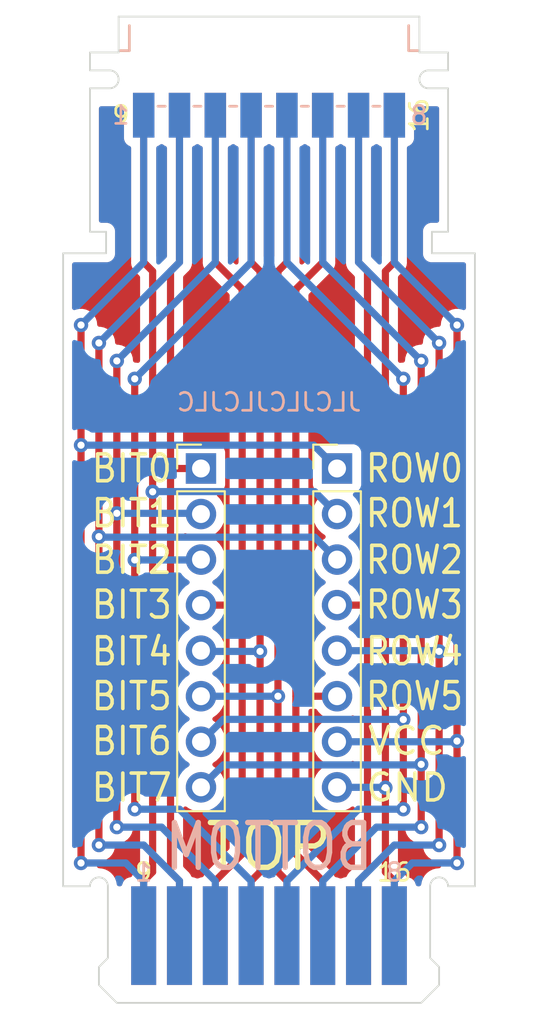
<source format=kicad_pcb>
(kicad_pcb (version 20221018) (generator pcbnew)
  (layers (0 "F.Cu" signal) (31 "B.Cu" signal) (34 "B.Paste" user) (35 "F.Paste" user) (36 "B.SilkS" user "B.Silkscreen") (37 "F.SilkS" user "F.Silkscreen") (38 "B.Mask" user) (39 "F.Mask" user) (44 "Edge.Cuts" user))
  (net 0 "")
  (net 1 "/ROW0")
  (net 2 "/ROW2")
  (net 3 "/bit1")
  (net 4 "/bit2")
  (net 5 "/bit6")
  (net 6 "/bit7")
  (net 7 "/ROW4")
  (net 8 "/VCC")
  (net 9 "/ROW1")
  (net 10 "/bit0")
  (net 11 "/bit3")
  (net 12 "/bit4")
  (net 13 "/bit5")
  (net 14 "/ROW5")
  (net 15 "/ROW3")
  (net 16 "/GND")
  (footprint "_project_parts:Edge-Conn" (layer "F.Cu") (at 27.5 83.7)
    (fp_text reference "J2" hide)
    (fp_text value "Edge")
    (fp_text user "1" (at -7 -6.7 unlocked) (layer "B.SilkS") (effects (justify bottom mirror)))
    (fp_text user "8" (at 7 -6.7 unlocked) (layer "B.SilkS") (effects (justify bottom mirror)))
    (fp_text user "16" (at 7 -6.7 unlocked) (layer "F.SilkS") (effects (justify bottom)))
    (fp_text user "9" (at -7 -6.7 unlocked) (layer "F.SilkS") (effects (justify bottom)))
    (pad "1" smd rect (at -7 -3.75) (size 1.4 5.5) (layers "B.Cu" "B.Paste" "B.Mask") (net 1 "/ROW0"))
    (pad "2" smd rect (at -5 -3.75) (size 1.4 5.5) (layers "B.Cu" "B.Paste" "B.Mask") (net 2 "/ROW2"))
    (pad "3" smd rect (at -3 -3.75) (size 1.4 5.5) (layers "B.Cu" "B.Paste" "B.Mask") (net 3 "/bit1"))
    (pad "4" smd rect (at -1 -3.75) (size 1.4 5.5) (layers "B.Cu" "B.Paste" "B.Mask") (net 4 "/bit2"))
    (pad "5" smd rect (at 1 -3.75) (size 1.4 5.5) (layers "B.Cu" "B.Paste" "B.Mask") (net 5 "/bit6"))
    (pad "6" smd rect (at 3 -3.75) (size 1.4 5.5) (layers "B.Cu" "B.Paste" "B.Mask") (net 6 "/bit7"))
    (pad "7" smd rect (at 5 -3.75) (size 1.4 5.5) (layers "B.Cu" "B.Paste" "B.Mask") (net 7 "/ROW4"))
    (pad "8" smd rect (at 7 -3.75) (size 1.4 5.5) (layers "B.Cu" "B.Paste" "B.Mask") (net 8 "/VCC"))
    (pad "9" smd rect (at -7 -3.75) (size 1.4 5.5) (layers "F.Cu" "F.Paste" "F.Mask") (net 9 "/ROW1"))
    (pad "10" smd rect (at -5 -3.75) (size 1.4 5.5) (layers "F.Cu" "F.Paste" "F.Mask") (net 10 "/bit0"))
    (pad "11" smd rect (at -3 -3.75) (size 1.4 5.5) (layers "F.Cu" "F.Paste" "F.Mask") (net 11 "/bit3"))
    (pad "12" smd rect (at -1 -3.75) (size 1.4 5.5) (layers "F.Cu" "F.Paste" "F.Mask") (net 12 "/bit4"))
    (pad "13" smd rect (at 1 -3.75) (size 1.4 5.5) (layers "F.Cu" "F.Paste" "F.Mask") (net 13 "/bit5"))
    (pad "14" smd rect (at 3 -3.75) (size 1.4 5.5) (layers "F.Cu" "F.Paste" "F.Mask") (net 14 "/ROW5"))
    (pad "15" smd rect (at 5 -3.75) (size 1.4 5.5) (layers "F.Cu" "F.Paste" "F.Mask") (net 15 "/ROW3"))
    (pad "16" smd rect (at 7 -3.75) (size 1.4 5.5) (layers "F.Cu" "F.Paste" "F.Mask") (net 16 "/GND"))
  )
  (footprint "_project_parts:Flex-Bonding" (layer "F.Cu") (at 27.5 41.9)
    (fp_text reference "J1" hide)
    (fp_text value "Flex")
    (fp_text user "1" (at -7.7 -7.7 unlocked) (layer "B.SilkS") (effects (justify left mirror)))
    (fp_text user "8" (at 7.8 -7.7 unlocked) (layer "B.SilkS") (effects (justify right mirror)))
    (fp_text user "16" (at 7.8 -7.7 90 unlocked) (layer "F.SilkS") (effects (justify top)))
    (fp_text user "9" (at -7.7 -7.7 unlocked) (layer "F.SilkS") (effects (justify right)))
    (fp_line (start -7.8 -12.7) (end -7.8 -11.3) (stroke (width 0.15)) (layer "B.SilkS"))
    (fp_line (start -7.8 -11.3) (end -8.3 -11.3) (stroke (width 0.15)) (layer "B.SilkS"))
    (fp_line (start -5.8 -8.2) (end -6.2 -8.2) (stroke (width 0.15)) (layer "B.SilkS"))
    (fp_line (start -3.8 -8.2) (end -4.2 -8.2) (stroke (width 0.15)) (layer "B.SilkS"))
    (fp_line (start -1.8 -8.2) (end -2.2 -8.2) (stroke (width 0.15)) (layer "B.SilkS"))
    (fp_line (start 0.2 -8.2) (end -0.2 -8.2) (stroke (width 0.15)) (layer "B.SilkS"))
    (fp_line (start 2.2 -8.2) (end 1.8 -8.2) (stroke (width 0.15)) (layer "B.SilkS"))
    (fp_line (start 4.2 -8.2) (end 3.8 -8.2) (stroke (width 0.15)) (layer "B.SilkS"))
    (fp_line (start 6.2 -8.2) (end 5.8 -8.2) (stroke (width 0.15)) (layer "B.SilkS"))
    (fp_line (start 7.8 -12.7) (end 7.8 -11.3) (stroke (width 0.15)) (layer "B.SilkS"))
    (fp_line (start 8.3 -11.3) (end 7.8 -11.3) (stroke (width 0.15)) (layer "B.SilkS"))
    (fp_line (start -8.3 -11.3) (end -7.8 -11.3) (stroke (width 0.15)) (layer "F.SilkS"))
    (fp_line (start -7.8 -12.7) (end -7.8 -11.3) (stroke (width 0.15)) (layer "F.SilkS"))
    (fp_line (start -6.2 -8.2) (end -5.8 -8.2) (stroke (width 0.15)) (layer "F.SilkS"))
    (fp_line (start -4.2 -8.2) (end -3.8 -8.2) (stroke (width 0.15)) (layer "F.SilkS"))
    (fp_line (start -2.2 -8.2) (end -1.8 -8.2) (stroke (width 0.15)) (layer "F.SilkS"))
    (fp_line (start -0.2 -8.2) (end 0.2 -8.2) (stroke (width 0.15)) (layer "F.SilkS"))
    (fp_line (start 1.8 -8.2) (end 2.2 -8.2) (stroke (width 0.15)) (layer "F.SilkS"))
    (fp_line (start 3.8 -8.2) (end 4.2 -8.2) (stroke (width 0.15)) (layer "F.SilkS"))
    (fp_line (start 5.8 -8.2) (end 6.2 -8.2) (stroke (width 0.15)) (layer "F.SilkS"))
    (fp_line (start 7.8 -12.7) (end 7.8 -11.3) (stroke (width 0.15)) (layer "F.SilkS"))
    (fp_line (start 7.8 -11.3) (end 8.3 -11.3) (stroke (width 0.15)) (layer "F.SilkS"))
    (pad "1" smd rect (at -7 -7.7) (size 1.2 2.5) (layers "B.Cu" "B.Paste" "B.Mask") (net 1 "/ROW0"))
    (pad "2" smd rect (at -5 -7.7) (size 1.2 2.5) (layers "B.Cu" "B.Paste" "B.Mask") (net 2 "/ROW2"))
    (pad "3" smd rect (at -3 -7.7) (size 1.2 2.5) (layers "B.Cu" "B.Paste" "B.Mask") (net 3 "/bit1"))
    (pad "4" smd rect (at -1 -7.7) (size 1.2 2.5) (layers "B.Cu" "B.Paste" "B.Mask") (net 4 "/bit2"))
    (pad "5" smd rect (at 1 -7.7) (size 1.2 2.5) (layers "B.Cu" "B.Paste" "B.Mask") (net 5 "/bit6"))
    (pad "6" smd rect (at 3 -7.7) (size 1.2 2.5) (layers "B.Cu" "B.Paste" "B.Mask") (net 6 "/bit7"))
    (pad "7" smd rect (at 5 -7.7) (size 1.2 2.5) (layers "B.Cu" "B.Paste" "B.Mask") (net 7 "/ROW4"))
    (pad "8" smd rect (at 7 -7.7) (size 1.2 2.5) (layers "B.Cu" "B.Paste" "B.Mask") (net 8 "/VCC"))
    (pad "9" smd rect (at -7 -7.7) (size 1.2 2.5) (layers "F.Cu" "F.Paste" "F.Mask") (net 9 "/ROW1"))
    (pad "10" smd rect (at -5 -7.7) (size 1.2 2.5) (layers "F.Cu" "F.Paste" "F.Mask") (net 10 "/bit0"))
    (pad "11" smd rect (at -3 -7.7) (size 1.2 2.5) (layers "F.Cu" "F.Paste" "F.Mask") (net 11 "/bit3"))
    (pad "12" smd rect (at -1 -7.7) (size 1.2 2.5) (layers "F.Cu" "F.Paste" "F.Mask") (net 12 "/bit4"))
    (pad "13" smd rect (at 1 -7.7) (size 1.2 2.5) (layers "F.Cu" "F.Paste" "F.Mask") (net 13 "/bit5"))
    (pad "14" smd rect (at 3 -7.7) (size 1.2 2.5) (layers "F.Cu" "F.Paste" "F.Mask") (net 14 "/ROW5"))
    (pad "15" smd rect (at 5 -7.7) (size 1.2 2.5) (layers "F.Cu" "F.Paste" "F.Mask") (net 15 "/ROW3"))
    (pad "16" smd rect (at 7 -7.7) (size 1.2 2.5) (layers "F.Cu" "F.Paste" "F.Mask") (net 16 "/GND"))
  )
  (footprint "Connector_PinHeader_2.54mm:PinHeader_1x08_P2.54mm_Vertical" (layer "F.Cu") (at 31.3 53.9)
    (fp_text reference "J3" hide)
    (fp_text value "ROW/PWR")
    (fp_line (start -1.33 -1.33) (end 0 -1.33) (stroke (width 0.12)) (layer "F.SilkS"))
    (fp_line (start -1.33 0) (end -1.33 -1.33) (stroke (width 0.12)) (layer "F.SilkS"))
    (fp_line (start -1.33 1.27) (end -1.33 19.11) (stroke (width 0.12)) (layer "F.SilkS"))
    (fp_line (start -1.33 1.27) (end 1.33 1.27) (stroke (width 0.12)) (layer "F.SilkS"))
    (fp_line (start -1.33 19.11) (end 1.33 19.11) (stroke (width 0.12)) (layer "F.SilkS"))
    (fp_line (start 1.33 1.27) (end 1.33 19.11) (stroke (width 0.12)) (layer "F.SilkS"))
    (pad "1" thru_hole rect (at 0 0) (size 1.7 1.7) (drill 1) (layers "*.Cu" "*.Mask") (net 1 "/ROW0"))
    (pad "2" thru_hole oval (at 0 2.54) (size 1.7 1.7) (drill 1) (layers "*.Cu" "*.Mask") (net 9 "/ROW1"))
    (pad "3" thru_hole oval (at 0 5.08) (size 1.7 1.7) (drill 1) (layers "*.Cu" "*.Mask") (net 2 "/ROW2"))
    (pad "4" thru_hole oval (at 0 7.62) (size 1.7 1.7) (drill 1) (layers "*.Cu" "*.Mask") (net 15 "/ROW3"))
    (pad "5" thru_hole oval (at 0 10.16) (size 1.7 1.7) (drill 1) (layers "*.Cu" "*.Mask") (net 7 "/ROW4"))
    (pad "6" thru_hole oval (at 0 12.7) (size 1.7 1.7) (drill 1) (layers "*.Cu" "*.Mask") (net 14 "/ROW5"))
    (pad "7" thru_hole oval (at 0 15.24) (size 1.7 1.7) (drill 1) (layers "*.Cu" "*.Mask") (net 8 "/VCC"))
    (pad "8" thru_hole oval (at 0 17.78) (size 1.7 1.7) (drill 1) (layers "*.Cu" "*.Mask") (net 16 "/GND"))
  )
  (footprint "Connector_PinHeader_2.54mm:PinHeader_1x08_P2.54mm_Vertical" (layer "F.Cu") (at 23.7 53.9)
    (fp_text reference "J4" hide)
    (fp_text value "BIT")
    (fp_line (start -1.33 -1.33) (end 0 -1.33) (stroke (width 0.12)) (layer "F.SilkS"))
    (fp_line (start -1.33 0) (end -1.33 -1.33) (stroke (width 0.12)) (layer "F.SilkS"))
    (fp_line (start -1.33 1.27) (end -1.33 19.11) (stroke (width 0.12)) (layer "F.SilkS"))
    (fp_line (start -1.33 1.27) (end 1.33 1.27) (stroke (width 0.12)) (layer "F.SilkS"))
    (fp_line (start -1.33 19.11) (end 1.33 19.11) (stroke (width 0.12)) (layer "F.SilkS"))
    (fp_line (start 1.33 1.27) (end 1.33 19.11) (stroke (width 0.12)) (layer "F.SilkS"))
    (pad "1" thru_hole rect (at 0 0) (size 1.7 1.7) (drill 1) (layers "*.Cu" "*.Mask") (net 10 "/bit0"))
    (pad "2" thru_hole oval (at 0 2.54) (size 1.7 1.7) (drill 1) (layers "*.Cu" "*.Mask") (net 3 "/bit1"))
    (pad "3" thru_hole oval (at 0 5.08) (size 1.7 1.7) (drill 1) (layers "*.Cu" "*.Mask") (net 4 "/bit2"))
    (pad "4" thru_hole oval (at 0 7.62) (size 1.7 1.7) (drill 1) (layers "*.Cu" "*.Mask") (net 11 "/bit3"))
    (pad "5" thru_hole oval (at 0 10.16) (size 1.7 1.7) (drill 1) (layers "*.Cu" "*.Mask") (net 12 "/bit4"))
    (pad "6" thru_hole oval (at 0 12.7) (size 1.7 1.7) (drill 1) (layers "*.Cu" "*.Mask") (net 13 "/bit5"))
    (pad "7" thru_hole oval (at 0 15.24) (size 1.7 1.7) (drill 1) (layers "*.Cu" "*.Mask") (net 5 "/bit6"))
    (pad "8" thru_hole oval (at 0 17.78) (size 1.7 1.7) (drill 1) (layers "*.Cu" "*.Mask") (net 6 "/bit7"))
  )
  (gr_line (start 37.5 31.7) (end 37.5 30.7) (stroke (width 0.1)) (layer "Edge.Cuts"))
  (gr_line (start 37 82.7) (end 37 81.7) (stroke (width 0.1)) (layer "Edge.Cuts"))
  (gr_arc (start 36.5 77.2) (mid 37 76.7) (end 37.5 77.2) (stroke (width 0.1)) (layer "Edge.Cuts"))
  (gr_line (start 36.6 41.9) (end 39 41.9) (stroke (width 0.1)) (layer "Edge.Cuts"))
  (gr_line (start 18 82.7) (end 19 83.7) (stroke (width 0.1)) (layer "Edge.Cuts"))
  (gr_line (start 19.1 28.7) (end 35.9 28.7) (stroke (width 0.1)) (layer "Edge.Cuts"))
  (gr_line (start 35.9 30.7) (end 37.5 30.7) (stroke (width 0.1)) (layer "Edge.Cuts"))
  (gr_line (start 17.5 77.2) (end 16 77.2) (stroke (width 0.1)) (layer "Edge.Cuts"))
  (gr_line (start 18 81.7) (end 18 82.7) (stroke (width 0.1)) (layer "Edge.Cuts"))
  (gr_line (start 17.5 32.7) (end 18.6 32.7) (stroke (width 0.1)) (layer "Edge.Cuts"))
  (gr_line (start 18.4 40.7) (end 17.5 40.7) (stroke (width 0.1)) (layer "Edge.Cuts"))
  (gr_line (start 19.1 30.7) (end 19.1 28.7) (stroke (width 0.1)) (layer "Edge.Cuts"))
  (gr_line (start 18.5 77.2) (end 18.5 81.2) (stroke (width 0.1)) (layer "Edge.Cuts"))
  (gr_line (start 17.5 31.7) (end 17.5 30.7) (stroke (width 0.1)) (layer "Edge.Cuts"))
  (gr_line (start 16 41.9) (end 18.4 41.9) (stroke (width 0.1)) (layer "Edge.Cuts"))
  (gr_line (start 36.5 81.2) (end 36.5 77.2) (stroke (width 0.1)) (layer "Edge.Cuts"))
  (gr_line (start 36.6 40.7) (end 36.6 41.9) (stroke (width 0.1)) (layer "Edge.Cuts"))
  (gr_line (start 37.5 77.2) (end 39 77.2) (stroke (width 0.1)) (layer "Edge.Cuts"))
  (gr_arc (start 17.5 77.2) (mid 18 76.7) (end 18.5 77.2) (stroke (width 0.1)) (layer "Edge.Cuts"))
  (gr_arc (start 36.4 32.7) (mid 35.9 32.2) (end 36.4 31.7) (stroke (width 0.1)) (layer "Edge.Cuts"))
  (gr_line (start 36.4 31.7) (end 37.5 31.7) (stroke (width 0.1)) (layer "Edge.Cuts"))
  (gr_line (start 17.5 30.7) (end 19.1 30.7) (stroke (width 0.1)) (layer "Edge.Cuts"))
  (gr_line (start 19 83.7) (end 36 83.7) (stroke (width 0.1)) (layer "Edge.Cuts"))
  (gr_line (start 18.6 31.7) (end 17.5 31.7) (stroke (width 0.1)) (layer "Edge.Cuts"))
  (gr_line (start 35.9 28.7) (end 35.9 30.7) (stroke (width 0.1)) (layer "Edge.Cuts"))
  (gr_line (start 18.4 41.9) (end 18.4 40.7) (stroke (width 0.1)) (layer "Edge.Cuts"))
  (gr_line (start 36 83.7) (end 37 82.7) (stroke (width 0.1)) (layer "Edge.Cuts"))
  (gr_line (start 18.5 81.2) (end 18 81.7) (stroke (width 0.1)) (layer "Edge.Cuts"))
  (gr_line (start 39 41.9) (end 39 77.2) (stroke (width 0.1)) (layer "Edge.Cuts"))
  (gr_line (start 16 77.2) (end 16 41.9) (stroke (width 0.1)) (layer "Edge.Cuts"))
  (gr_arc (start 18.6 31.7) (mid 19.1 32.2) (end 18.6 32.7) (stroke (width 0.1)) (layer "Edge.Cuts"))
  (gr_line (start 17.5 32.7) (end 17.5 40.7) (stroke (width 0.1)) (layer "Edge.Cuts"))
  (gr_line (start 37 81.7) (end 36.5 81.2) (stroke (width 0.1)) (layer "Edge.Cuts"))
  (gr_line (start 37.5 40.7) (end 36.6 40.7) (stroke (width 0.1)) (layer "Edge.Cuts"))
  (gr_line (start 36.4 32.7) (end 37.5 32.7) (stroke (width 0.1)) (layer "Edge.Cuts"))
  (gr_line (start 37.5 32.7) (end 37.5 40.7) (stroke (width 0.1)) (layer "Edge.Cuts"))
  (gr_text "BOTTOM" (at 27.5 75) (layer "B.SilkS") (effects (font (size 2.5 2) (thickness 0.3)) (justify mirror)))
  (gr_text "JLCJLCJLCJLC" (at 27.5 50.2) (layer "B.SilkS") (effects (font (size 1 1)) (justify mirror)))
  (gr_text "ROW2" (at 32.8 59) (layer "F.SilkS") (effects (font (size 1.5 1.3) (thickness 0.2)) (justify left)))
  (gr_text "BIT5" (at 22.2 66.6) (layer "F.SilkS") (effects (font (size 1.5 1.4) (thickness 0.2)) (justify right)))
  (gr_text "BIT1" (at 22.2 56.4) (layer "F.SilkS") (effects (font (size 1.5 1.4) (thickness 0.2)) (justify right)))
  (gr_text "BIT3" (at 22.2 61.5) (layer "F.SilkS") (effects (font (size 1.5 1.4) (thickness 0.2)) (justify right)))
  (gr_text "BIT2" (at 22.2 59) (layer "F.SilkS") (effects (font (size 1.5 1.4) (thickness 0.2)) (justify right)))
  (gr_text "ROW5" (at 32.8 66.6) (layer "F.SilkS") (effects (font (size 1.5 1.3) (thickness 0.2)) (justify left)))
  (gr_text "BIT7" (at 22.2 71.7) (layer "F.SilkS") (effects (font (size 1.5 1.4) (thickness 0.2)) (justify right)))
  (gr_text "TOP" (at 27.5 75) (layer "F.SilkS") (effects (font (size 2.5 2.5) (thickness 0.3))))
  (gr_text "ROW3" (at 32.8 61.5) (layer "F.SilkS") (effects (font (size 1.5 1.3) (thickness 0.2)) (justify left)))
  (gr_text "BIT4" (at 22.2 64.1) (layer "F.SilkS") (effects (font (size 1.5 1.4) (thickness 0.2)) (justify right)))
  (gr_text "ROW4" (at 32.8 64.1) (layer "F.SilkS") (effects (font (size 1.5 1.3) (thickness 0.2)) (justify left)))
  (gr_text "BIT0" (at 22.2 53.9) (layer "F.SilkS") (effects (font (size 1.5 1.4) (thickness 0.2)) (justify right)))
  (gr_text "VCC" (at 32.9 69.1) (layer "F.SilkS") (effects (font (size 1.5 1.5) (thickness 0.2)) (justify left)))
  (gr_text "ROW1" (at 32.8 56.4) (layer "F.SilkS") (effects (font (size 1.5 1.3) (thickness 0.2)) (justify left)))
  (gr_text "ROW0" (at 32.8 53.9) (layer "F.SilkS") (effects (font (size 1.5 1.3) (thickness 0.2)) (justify left)))
  (gr_text "GND" (at 32.8 71.7) (layer "F.SilkS") (effects (font (size 1.5 1.5) (thickness 0.2)) (justify left)))
  (gr_text "BIT6" (at 22.2 69.1) (layer "F.SilkS") (effects (font (size 1.5 1.4) (thickness 0.2)) (justify right)))
  (segment (start 17 73.4) (end 17 52.6) (width 0.4) (layer "F.Cu") (net 1))
  (segment (start 17 75.9) (end 17 73.4) (width 0.4) (layer "F.Cu") (net 1))
  (segment (start 17 45.9) (end 17 52.6) (width 0.4) (layer "F.Cu") (net 1))
  (via (at 17 45.9) (size 0.8) (drill 0.4) (layers "F.Cu" "B.Cu") (net 1))
  (via (at 17 52.6) (size 0.8) (drill 0.4) (layers "F.Cu" "B.Cu") (net 1))
  (via (at 17 75.9) (size 0.8) (drill 0.4) (layers "F.Cu" "B.Cu") (net 1))
  (segment (start 30 52.6) (end 17 52.6) (width 0.4) (layer "B.Cu") (net 1))
  (segment (start 17 75.9) (end 19.5 75.9) (width 0.4) (layer "B.Cu") (net 1))
  (segment (start 20.5 76.9) (end 20.5 79.95) (width 0.4) (layer "B.Cu") (net 1))
  (segment (start 20.5 42.4) (end 20.5 34.2) (width 0.4) (layer "B.Cu") (net 1))
  (segment (start 19.5 75.9) (end 20.5 76.9) (width 0.4) (layer "B.Cu") (net 1))
  (segment (start 17 45.9) (end 20.5 42.4) (width 0.4) (layer "B.Cu") (net 1))
  (segment (start 31.3 53.9) (end 30 52.6) (width 0.4) (layer "B.Cu") (net 1))
  (segment (start 18 57.7) (end 18 74.9) (width 0.4) (layer "F.Cu") (net 2))
  (segment (start 18 46.9) (end 18 57.7) (width 0.4) (layer "F.Cu") (net 2))
  (via (at 18 46.9) (size 0.8) (drill 0.4) (layers "F.Cu" "B.Cu") (net 2))
  (via (at 18 57.7) (size 0.8) (drill 0.4) (layers "F.Cu" "B.Cu") (net 2))
  (via (at 18 74.9) (size 0.8) (drill 0.4) (layers "F.Cu" "B.Cu") (net 2))
  (segment (start 20.5 74.9) (end 22.5 76.9) (width 0.4) (layer "B.Cu") (net 2))
  (segment (start 18 74.9) (end 20.5 74.9) (width 0.4) (layer "B.Cu") (net 2))
  (segment (start 18.03 57.73) (end 18 57.7) (width 0.4) (layer "B.Cu") (net 2))
  (segment (start 31.3 58.98) (end 30.05 57.73) (width 0.4) (layer "B.Cu") (net 2))
  (segment (start 22.5 42.4) (end 22.5 34.2) (width 0.4) (layer "B.Cu") (net 2))
  (segment (start 18 46.9) (end 22.5 42.4) (width 0.4) (layer "B.Cu") (net 2))
  (segment (start 30.05 57.73) (end 18.03 57.73) (width 0.4) (layer "B.Cu") (net 2))
  (segment (start 22.5 76.9) (end 22.5 79.95) (width 0.4) (layer "B.Cu") (net 2))
  (segment (start 19 71.4) (end 19 73.9) (width 0.4) (layer "F.Cu") (net 3))
  (segment (start 19 56.4) (end 19 71.4) (width 0.4) (layer "F.Cu") (net 3))
  (segment (start 19 47.9) (end 19 56.4) (width 0.4) (layer "F.Cu") (net 3))
  (via (at 19 56.4) (size 0.8) (drill 0.4) (layers "F.Cu" "B.Cu") (net 3))
  (via (at 19 47.9) (size 0.8) (drill 0.4) (layers "F.Cu" "B.Cu") (net 3))
  (via (at 19 73.9) (size 0.8) (drill 0.4) (layers "F.Cu" "B.Cu") (net 3))
  (segment (start 23.66 56.4) (end 23.7 56.44) (width 0.4) (layer "B.Cu") (net 3))
  (segment (start 21.5 73.9) (end 24.5 76.9) (width 0.4) (layer "B.Cu") (net 3))
  (segment (start 19 73.9) (end 21.5 73.9) (width 0.4) (layer "B.Cu") (net 3))
  (segment (start 19 47.9) (end 24.5 42.4) (width 0.4) (layer "B.Cu") (net 3))
  (segment (start 24.5 76.9) (end 24.5 79.95) (width 0.4) (layer "B.Cu") (net 3))
  (segment (start 24.5 42.4) (end 24.5 34.2) (width 0.4) (layer "B.Cu") (net 3))
  (segment (start 19 56.4) (end 23.66 56.4) (width 0.4) (layer "B.Cu") (net 3))
  (segment (start 20 59) (end 20 48.9) (width 0.4) (layer "F.Cu") (net 4))
  (segment (start 20 59) (end 20 72.9) (width 0.4) (layer "F.Cu") (net 4))
  (via (at 20 59) (size 0.8) (drill 0.4) (layers "F.Cu" "B.Cu") (net 4))
  (via (at 20 72.9) (size 0.8) (drill 0.4) (layers "F.Cu" "B.Cu") (net 4))
  (via (at 20 48.9) (size 0.8) (drill 0.4) (layers "F.Cu" "B.Cu") (net 4))
  (segment (start 20 72.9) (end 22.5 72.9) (width 0.4) (layer "B.Cu") (net 4))
  (segment (start 26.5 42.4) (end 26.5 34.2) (width 0.4) (layer "B.Cu") (net 4))
  (segment (start 26.5 76.9) (end 26.5 79.95) (width 0.4) (layer "B.Cu") (net 4))
  (segment (start 23.68 59) (end 23.7 58.98) (width 0.4) (layer "B.Cu") (net 4))
  (segment (start 22.5 72.9) (end 26.5 76.9) (width 0.4) (layer "B.Cu") (net 4))
  (segment (start 20 48.9) (end 26.5 42.4) (width 0.4) (layer "B.Cu") (net 4))
  (segment (start 20 59) (end 23.68 59) (width 0.4) (layer "B.Cu") (net 4))
  (segment (start 35 48.9) (end 35 67.9) (width 0.4) (layer "F.Cu") (net 5))
  (segment (start 35 67.9) (end 35 72.9) (width 0.4) (layer "F.Cu") (net 5))
  (via (at 35 72.9) (size 0.8) (drill 0.4) (layers "F.Cu" "B.Cu") (net 5))
  (via (at 35 67.9) (size 0.8) (drill 0.4) (layers "F.Cu" "B.Cu") (net 5))
  (via (at 35 48.9) (size 0.8) (drill 0.4) (layers "F.Cu" "B.Cu") (net 5))
  (segment (start 34.99 67.89) (end 35 67.9) (width 0.4) (layer "B.Cu") (net 5))
  (segment (start 28.5 76.9) (end 28.5 79.95) (width 0.4) (layer "B.Cu") (net 5))
  (segment (start 35 48.9) (end 28.5 42.4) (width 0.4) (layer "B.Cu") (net 5))
  (segment (start 24.95 67.89) (end 34.99 67.89) (width 0.4) (layer "B.Cu") (net 5))
  (segment (start 23.7 69.14) (end 24.95 67.89) (width 0.4) (layer "B.Cu") (net 5))
  (segment (start 35 72.9) (end 32.5 72.9) (width 0.4) (layer "B.Cu") (net 5))
  (segment (start 28.5 42.4) (end 28.5 34.2) (width 0.4) (layer "B.Cu") (net 5))
  (segment (start 32.5 72.9) (end 28.5 76.9) (width 0.4) (layer "B.Cu") (net 5))
  (segment (start 36 47.9) (end 36 70.4) (width 0.4) (layer "F.Cu") (net 6))
  (segment (start 36 70.4) (end 36 73.9) (width 0.4) (layer "F.Cu") (net 6))
  (via (at 36 47.9) (size 0.8) (drill 0.4) (layers "F.Cu" "B.Cu") (net 6))
  (via (at 36 70.4) (size 0.8) (drill 0.4) (layers "F.Cu" "B.Cu") (net 6))
  (via (at 36 73.9) (size 0.8) (drill 0.4) (layers "F.Cu" "B.Cu") (net 6))
  (segment (start 30.5 76.9) (end 30.5 79.95) (width 0.4) (layer "B.Cu") (net 6))
  (segment (start 36 47.9) (end 30.5 42.4) (width 0.4) (layer "B.Cu") (net 6))
  (segment (start 24.95 70.43) (end 35.97 70.43) (width 0.4) (layer "B.Cu") (net 6))
  (segment (start 30.5 42.4) (end 30.5 34.2) (width 0.4) (layer "B.Cu") (net 6))
  (segment (start 23.7 71.68) (end 24.95 70.43) (width 0.4) (layer "B.Cu") (net 6))
  (segment (start 35.97 70.43) (end 36 70.4) (width 0.4) (layer "B.Cu") (net 6))
  (segment (start 33.5 73.9) (end 30.5 76.9) (width 0.4) (layer "B.Cu") (net 6))
  (segment (start 36 73.9) (end 33.5 73.9) (width 0.4) (layer "B.Cu") (net 6))
  (segment (start 37 64.1) (end 37 74.9) (width 0.4) (layer "F.Cu") (net 7))
  (segment (start 37 46.9) (end 37 64.1) (width 0.4) (layer "F.Cu") (net 7))
  (via (at 37 64.1) (size 0.8) (drill 0.4) (layers "F.Cu" "B.Cu") (net 7))
  (via (at 37 74.9) (size 0.8) (drill 0.4) (layers "F.Cu" "B.Cu") (net 7))
  (via (at 37 46.9) (size 0.8) (drill 0.4) (layers "F.Cu" "B.Cu") (net 7))
  (segment (start 37 74.9) (end 34.5 74.9) (width 0.4) (layer "B.Cu") (net 7))
  (segment (start 34.5 74.9) (end 32.5 76.9) (width 0.4) (layer "B.Cu") (net 7))
  (segment (start 36.96 64.06) (end 37 64.1) (width 0.4) (layer "B.Cu") (net 7))
  (segment (start 32.5 76.9) (end 32.5 79.95) (width 0.4) (layer "B.Cu") (net 7))
  (segment (start 37 46.9) (end 32.5 42.4) (width 0.4) (layer "B.Cu") (net 7))
  (segment (start 32.5 42.4) (end 32.5 34.2) (width 0.4) (layer "B.Cu") (net 7))
  (segment (start 31.3 64.06) (end 36.96 64.06) (width 0.4) (layer "B.Cu") (net 7))
  (segment (start 38 75.9) (end 38 69.1) (width 0.4) (layer "F.Cu") (net 8))
  (segment (start 38 45.9) (end 38 69.1) (width 0.4) (layer "F.Cu") (net 8))
  (via (at 38 45.9) (size 0.8) (drill 0.4) (layers "F.Cu" "B.Cu") (net 8))
  (via (at 38 75.9) (size 0.8) (drill 0.4) (layers "F.Cu" "B.Cu") (net 8))
  (via (at 38 69.1) (size 0.8) (drill 0.4) (layers "F.Cu" "B.Cu") (net 8))
  (segment (start 35.5 75.9) (end 34.5 76.9) (width 0.4) (layer "B.Cu") (net 8))
  (segment (start 34.5 76.9) (end 34.5 79.95) (width 0.4) (layer "B.Cu") (net 8))
  (segment (start 37.96 69.14) (end 38 69.1) (width 0.4) (layer "B.Cu") (net 8))
  (segment (start 31.3 69.14) (end 37.96 69.14) (width 0.4) (layer "B.Cu") (net 8))
  (segment (start 38 75.9) (end 35.5 75.9) (width 0.4) (layer "B.Cu") (net 8))
  (segment (start 34.5 42.4) (end 34.5 34.2) (width 0.4) (layer "B.Cu") (net 8))
  (segment (start 38 45.9) (end 34.5 42.4) (width 0.4) (layer "B.Cu") (net 8))
  (segment (start 21 55.2) (end 21 42.9) (width 0.4) (layer "F.Cu") (net 9))
  (segment (start 20.5 42.4) (end 20.5 34.2) (width 0.4) (layer "F.Cu") (net 9))
  (segment (start 21 42.9) (end 20.5 42.4) (width 0.4) (layer "F.Cu") (net 9))
  (segment (start 20.5 76.9) (end 20.5 79.95) (width 0.4) (layer "F.Cu") (net 9))
  (segment (start 21 55.2) (end 21 76.4) (width 0.4) (layer "F.Cu") (net 9))
  (segment (start 21 76.4) (end 20.5 76.9) (width 0.4) (layer "F.Cu") (net 9))
  (via (at 21 55.2) (size 0.8) (drill 0.4) (layers "F.Cu" "B.Cu") (net 9))
  (segment (start 21.01 55.19) (end 21 55.2) (width 0.4) (layer "B.Cu") (net 9))
  (segment (start 30.05 55.19) (end 21.01 55.19) (width 0.4) (layer "B.Cu") (net 9))
  (segment (start 31.3 56.44) (end 30.05 55.19) (width 0.4) (layer "B.Cu") (net 9))
  (segment (start 22.5 42.4) (end 22.5 34.2) (width 0.4) (layer "F.Cu") (net 10))
  (segment (start 22 42.9) (end 22.5 42.4) (width 0.4) (layer "F.Cu") (net 10))
  (segment (start 23.7 53.9) (end 22 53.9) (width 0.4) (layer "F.Cu") (net 10))
  (segment (start 22.5 76.9) (end 22.5 79.95) (width 0.4) (layer "F.Cu") (net 10))
  (segment (start 22 53.9) (end 22 76.4) (width 0.4) (layer "F.Cu") (net 10))
  (segment (start 22 53.9) (end 22 42.9) (width 0.4) (layer "F.Cu") (net 10))
  (segment (start 22 76.4) (end 22.5 76.9) (width 0.4) (layer "F.Cu") (net 10))
  (segment (start 26 43.9) (end 26 61.5) (width 0.4) (layer "F.Cu") (net 11))
  (segment (start 24.5 76.9) (end 24.5 79.95) (width 0.4) (layer "F.Cu") (net 11))
  (segment (start 25.98 61.52) (end 26 61.5) (width 0.4) (layer "F.Cu") (net 11))
  (segment (start 24.5 42.4) (end 26 43.9) (width 0.4) (layer "F.Cu") (net 11))
  (segment (start 26 75.4) (end 24.5 76.9) (width 0.4) (layer "F.Cu") (net 11))
  (segment (start 24.5 34.2) (end 24.5 42.4) (width 0.4) (layer "F.Cu") (net 11))
  (segment (start 23.7 61.52) (end 25.98 61.52) (width 0.4) (layer "F.Cu") (net 11))
  (segment (start 26 61.5) (end 26 75.4) (width 0.4) (layer "F.Cu") (net 11))
  (segment (start 27 76.4) (end 26.5 76.9) (width 0.4) (layer "F.Cu") (net 12))
  (segment (start 26.5 76.9) (end 26.5 79.95) (width 0.4) (layer "F.Cu") (net 12))
  (segment (start 27 42.9) (end 27 76.4) (width 0.4) (layer "F.Cu") (net 12))
  (segment (start 26.5 34.2) (end 26.5 42.4) (width 0.4) (layer "F.Cu") (net 12))
  (segment (start 26.5 42.4) (end 27 42.9) (width 0.4) (layer "F.Cu") (net 12))
  (via (at 27 64.1) (size 0.8) (drill 0.4) (layers "F.Cu" "B.Cu") (net 12))
  (segment (start 23.74 64.1) (end 23.7 64.06) (width 0.4) (layer "B.Cu") (net 12))
  (segment (start 27 64.1) (end 23.74 64.1) (width 0.4) (layer "B.Cu") (net 12))
  (segment (start 28.5 79.95) (end 28.5 76.9) (width 0.4) (layer "F.Cu") (net 13))
  (segment (start 28 76.4) (end 28 66.6) (width 0.4) (layer "F.Cu") (net 13))
  (segment (start 28 42.9) (end 28 66.6) (width 0.4) (layer "F.Cu") (net 13))
  (segment (start 28.5 34.2) (end 28.5 42.4) (width 0.4) (layer "F.Cu") (net 13))
  (segment (start 28.5 42.4) (end 28 42.9) (width 0.4) (layer "F.Cu") (net 13))
  (segment (start 28.5 76.9) (end 28 76.4) (width 0.4) (layer "F.Cu") (net 13))
  (via (at 28 66.6) (size 0.8) (drill 0.4) (layers "F.Cu" "B.Cu") (net 13))
  (segment (start 23.7 66.6) (end 28 66.6) (width 0.4) (layer "B.Cu") (net 13))
  (segment (start 29 43.9) (end 29 66.6) (width 0.4) (layer "F.Cu") (net 14))
  (segment (start 30.5 34.2) (end 30.5 42.4) (width 0.4) (layer "F.Cu") (net 14))
  (segment (start 30.5 42.4) (end 29 43.9) (width 0.4) (layer "F.Cu") (net 14))
  (segment (start 31.3 66.6) (end 29 66.6) (width 0.4) (layer "F.Cu") (net 14))
  (segment (start 30.5 76.9) (end 29 75.4) (width 0.4) (layer "F.Cu") (net 14))
  (segment (start 29 75.4) (end 29 66.6) (width 0.4) (layer "F.Cu") (net 14))
  (segment (start 30.5 79.95) (end 30.5 76.9) (width 0.4) (layer "F.Cu") (net 14))
  (segment (start 33 61.5) (end 33 42.9) (width 0.4) (layer "F.Cu") (net 15))
  (segment (start 33 42.9) (end 32.5 42.4) (width 0.4) (layer "F.Cu") (net 15))
  (segment (start 32.5 76.9) (end 32.5 79.95) (width 0.4) (layer "F.Cu") (net 15))
  (segment (start 33 61.5) (end 33 76.4) (width 0.4) (layer "F.Cu") (net 15))
  (segment (start 32.98 61.52) (end 33 61.5) (width 0.4) (layer "F.Cu") (net 15))
  (segment (start 33 76.4) (end 32.5 76.9) (width 0.4) (layer "F.Cu") (net 15))
  (segment (start 31.3 61.52) (end 32.98 61.52) (width 0.4) (layer "F.Cu") (net 15))
  (segment (start 32.5 42.4) (end 32.5 34.2) (width 0.4) (layer "F.Cu") (net 15))
  (segment (start 34 42.9) (end 34.5 42.4) (width 0.4) (layer "F.Cu") (net 16))
  (segment (start 34 71.7) (end 34 76.4) (width 0.4) (layer "F.Cu") (net 16))
  (segment (start 34.5 42.4) (end 34.5 34.2) (width 0.4) (layer "F.Cu") (net 16))
  (segment (start 34.5 76.9) (end 34.5 79.95) (width 0.4) (layer "F.Cu") (net 16))
  (segment (start 34 76.4) (end 34.5 76.9) (width 0.4) (layer "F.Cu") (net 16))
  (segment (start 34 71.7) (end 34 42.9) (width 0.4) (layer "F.Cu") (net 16))
  (via (at 34 71.7) (size 0.8) (drill 0.4) (layers "F.Cu" "B.Cu") (net 16))
  (segment (start 31.3 71.68) (end 33.98 71.68) (width 0.4) (layer "B.Cu") (net 16))
  (segment (start 33.98 71.68) (end 34 71.7) (width 0.4) (layer "B.Cu") (net 16))
  (zone (net 0) (net_name "") (layers "F&B.Cu") (connect_pads (clearance 0.5)) (min_thickness 0.25) (fill yes (thermal_gap 0.5) (thermal_bridge_width 0.5) (island_removal_mode 1) (island_area_min 10))
    (polygon (pts (xy 16 33.7) (xy 16 77.2) (xy 39 77.2) (xy 39 33.7)))
  )
)
</source>
